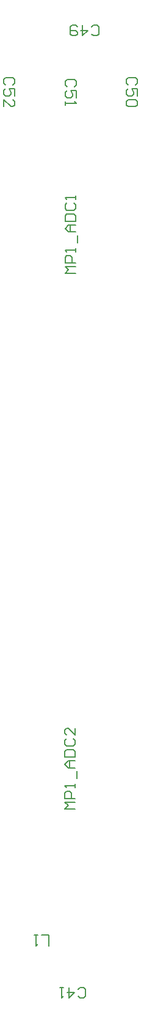
<source format=gbr>
G04*
G04 #@! TF.GenerationSoftware,Altium Limited,Altium Designer,25.0.2 (28)*
G04*
G04 Layer_Color=32768*
%FSLAX25Y25*%
%MOIN*%
G70*
G04*
G04 #@! TF.SameCoordinates,7C83500D-BFB9-469C-A41D-0C693C3E1856*
G04*
G04*
G04 #@! TF.FilePolarity,Positive*
G04*
G01*
G75*
%ADD101C,0.00591*%
D101*
X642715Y108269D02*
Y114172D01*
X638779D01*
X636812D02*
X634844D01*
X635828D01*
Y108269D01*
X636812Y109253D01*
X657483Y474700D02*
X651580D01*
X653548Y476668D01*
X651580Y478636D01*
X657483D01*
Y480604D02*
X651580D01*
Y483556D01*
X652564Y484540D01*
X654532D01*
X655515Y483556D01*
Y480604D01*
X657483Y486507D02*
Y488475D01*
Y487491D01*
X651580D01*
X652564Y486507D01*
X658467Y491427D02*
Y495363D01*
X657483Y497331D02*
X653548D01*
X651580Y499298D01*
X653548Y501266D01*
X657483D01*
X654532D01*
Y497331D01*
X651580Y503234D02*
X657483D01*
Y506186D01*
X656499Y507170D01*
X652564D01*
X651580Y506186D01*
Y503234D01*
X652564Y513074D02*
X651580Y512090D01*
Y510122D01*
X652564Y509138D01*
X656499D01*
X657483Y510122D01*
Y512090D01*
X656499Y513074D01*
X657483Y515041D02*
Y517009D01*
Y516025D01*
X651580D01*
X652564Y515041D01*
X656596Y576476D02*
X657580Y577460D01*
Y579428D01*
X656596Y580412D01*
X652660D01*
X651676Y579428D01*
Y577460D01*
X652660Y576476D01*
X657580Y570572D02*
Y574508D01*
X654628D01*
X655612Y572540D01*
Y571556D01*
X654628Y570572D01*
X652660D01*
X651676Y571556D01*
Y573524D01*
X652660Y574508D01*
X651676Y568604D02*
Y566637D01*
Y567621D01*
X657580D01*
X656596Y568604D01*
X666140Y605316D02*
X667124Y604332D01*
X669092D01*
X670076Y605316D01*
Y609251D01*
X669092Y610235D01*
X667124D01*
X666140Y609251D01*
X661221Y610235D02*
Y604332D01*
X664173Y607283D01*
X660237D01*
X658269Y609251D02*
X657285Y610235D01*
X655317D01*
X654333Y609251D01*
Y605316D01*
X655317Y604332D01*
X657285D01*
X658269Y605316D01*
Y606299D01*
X657285Y607283D01*
X654333D01*
X623131Y577460D02*
X624115Y578444D01*
Y580412D01*
X623131Y581395D01*
X619195D01*
X618211Y580412D01*
Y578444D01*
X619195Y577460D01*
X624115Y571556D02*
Y575492D01*
X621163D01*
X622147Y573524D01*
Y572540D01*
X621163Y571556D01*
X619195D01*
X618211Y572540D01*
Y574508D01*
X619195Y575492D01*
X618211Y565653D02*
Y569588D01*
X622147Y565653D01*
X623131D01*
X624115Y566637D01*
Y568604D01*
X623131Y569588D01*
X658661Y80709D02*
X659644Y79725D01*
X661612D01*
X662596Y80709D01*
Y84645D01*
X661612Y85629D01*
X659644D01*
X658661Y84645D01*
X653741Y85629D02*
Y79725D01*
X656693Y82677D01*
X652757D01*
X650789Y85629D02*
X648821D01*
X649805D01*
Y79725D01*
X650789Y80709D01*
X657184Y182684D02*
X651281D01*
X653249Y184652D01*
X651281Y186620D01*
X657184D01*
Y188588D02*
X651281D01*
Y191540D01*
X652265Y192524D01*
X654232D01*
X655216Y191540D01*
Y188588D01*
X657184Y194492D02*
Y196459D01*
Y195475D01*
X651281D01*
X652265Y194492D01*
X658168Y199411D02*
Y203347D01*
X657184Y205315D02*
X653249D01*
X651281Y207283D01*
X653249Y209251D01*
X657184D01*
X654232D01*
Y205315D01*
X651281Y211218D02*
X657184D01*
Y214170D01*
X656200Y215154D01*
X652265D01*
X651281Y214170D01*
Y211218D01*
X652265Y221058D02*
X651281Y220074D01*
Y218106D01*
X652265Y217122D01*
X656200D01*
X657184Y218106D01*
Y220074D01*
X656200Y221058D01*
X657184Y226961D02*
Y223026D01*
X653249Y226961D01*
X652265D01*
X651281Y225977D01*
Y224009D01*
X652265Y223026D01*
X690060Y577460D02*
X691044Y578444D01*
Y580412D01*
X690060Y581395D01*
X686124D01*
X685140Y580412D01*
Y578444D01*
X686124Y577460D01*
X691044Y571556D02*
Y575492D01*
X688092D01*
X689076Y573524D01*
Y572540D01*
X688092Y571556D01*
X686124D01*
X685140Y572540D01*
Y574508D01*
X686124Y575492D01*
X690060Y569588D02*
X691044Y568604D01*
Y566637D01*
X690060Y565653D01*
X686124D01*
X685140Y566637D01*
Y568604D01*
X686124Y569588D01*
X690060D01*
M02*

</source>
